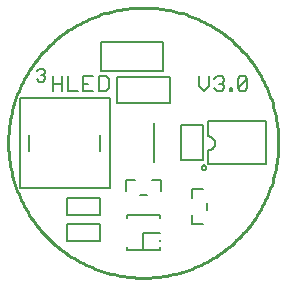
<source format=gto>
G75*
%MOIN*%
%OFA0B0*%
%FSLAX25Y25*%
%IPPOS*%
%LPD*%
%AMOC8*
5,1,8,0,0,1.08239X$1,22.5*
%
%ADD10C,0.01000*%
%ADD11C,0.00700*%
%ADD12C,0.00500*%
D10*
X0001600Y0047850D02*
X0001614Y0048954D01*
X0001654Y0050058D01*
X0001722Y0051160D01*
X0001817Y0052261D01*
X0001938Y0053358D01*
X0002087Y0054453D01*
X0002263Y0055543D01*
X0002465Y0056629D01*
X0002693Y0057710D01*
X0002949Y0058784D01*
X0003230Y0059852D01*
X0003538Y0060913D01*
X0003871Y0061966D01*
X0004231Y0063010D01*
X0004615Y0064045D01*
X0005025Y0065071D01*
X0005461Y0066086D01*
X0005920Y0067090D01*
X0006405Y0068083D01*
X0006914Y0069063D01*
X0007446Y0070030D01*
X0008002Y0070985D01*
X0008582Y0071925D01*
X0009184Y0072851D01*
X0009809Y0073761D01*
X0010456Y0074656D01*
X0011124Y0075535D01*
X0011815Y0076398D01*
X0012526Y0077243D01*
X0013257Y0078070D01*
X0014009Y0078879D01*
X0014780Y0079670D01*
X0015571Y0080441D01*
X0016380Y0081193D01*
X0017207Y0081924D01*
X0018052Y0082635D01*
X0018915Y0083326D01*
X0019794Y0083994D01*
X0020689Y0084641D01*
X0021599Y0085266D01*
X0022525Y0085868D01*
X0023465Y0086448D01*
X0024420Y0087004D01*
X0025387Y0087536D01*
X0026367Y0088045D01*
X0027360Y0088530D01*
X0028364Y0088989D01*
X0029379Y0089425D01*
X0030405Y0089835D01*
X0031440Y0090219D01*
X0032484Y0090579D01*
X0033537Y0090912D01*
X0034598Y0091220D01*
X0035666Y0091501D01*
X0036740Y0091757D01*
X0037821Y0091985D01*
X0038907Y0092187D01*
X0039997Y0092363D01*
X0041092Y0092512D01*
X0042189Y0092633D01*
X0043290Y0092728D01*
X0044392Y0092796D01*
X0045496Y0092836D01*
X0046600Y0092850D01*
X0047704Y0092836D01*
X0048808Y0092796D01*
X0049910Y0092728D01*
X0051011Y0092633D01*
X0052108Y0092512D01*
X0053203Y0092363D01*
X0054293Y0092187D01*
X0055379Y0091985D01*
X0056460Y0091757D01*
X0057534Y0091501D01*
X0058602Y0091220D01*
X0059663Y0090912D01*
X0060716Y0090579D01*
X0061760Y0090219D01*
X0062795Y0089835D01*
X0063821Y0089425D01*
X0064836Y0088989D01*
X0065840Y0088530D01*
X0066833Y0088045D01*
X0067813Y0087536D01*
X0068780Y0087004D01*
X0069735Y0086448D01*
X0070675Y0085868D01*
X0071601Y0085266D01*
X0072511Y0084641D01*
X0073406Y0083994D01*
X0074285Y0083326D01*
X0075148Y0082635D01*
X0075993Y0081924D01*
X0076820Y0081193D01*
X0077629Y0080441D01*
X0078420Y0079670D01*
X0079191Y0078879D01*
X0079943Y0078070D01*
X0080674Y0077243D01*
X0081385Y0076398D01*
X0082076Y0075535D01*
X0082744Y0074656D01*
X0083391Y0073761D01*
X0084016Y0072851D01*
X0084618Y0071925D01*
X0085198Y0070985D01*
X0085754Y0070030D01*
X0086286Y0069063D01*
X0086795Y0068083D01*
X0087280Y0067090D01*
X0087739Y0066086D01*
X0088175Y0065071D01*
X0088585Y0064045D01*
X0088969Y0063010D01*
X0089329Y0061966D01*
X0089662Y0060913D01*
X0089970Y0059852D01*
X0090251Y0058784D01*
X0090507Y0057710D01*
X0090735Y0056629D01*
X0090937Y0055543D01*
X0091113Y0054453D01*
X0091262Y0053358D01*
X0091383Y0052261D01*
X0091478Y0051160D01*
X0091546Y0050058D01*
X0091586Y0048954D01*
X0091600Y0047850D01*
X0091586Y0046746D01*
X0091546Y0045642D01*
X0091478Y0044540D01*
X0091383Y0043439D01*
X0091262Y0042342D01*
X0091113Y0041247D01*
X0090937Y0040157D01*
X0090735Y0039071D01*
X0090507Y0037990D01*
X0090251Y0036916D01*
X0089970Y0035848D01*
X0089662Y0034787D01*
X0089329Y0033734D01*
X0088969Y0032690D01*
X0088585Y0031655D01*
X0088175Y0030629D01*
X0087739Y0029614D01*
X0087280Y0028610D01*
X0086795Y0027617D01*
X0086286Y0026637D01*
X0085754Y0025670D01*
X0085198Y0024715D01*
X0084618Y0023775D01*
X0084016Y0022849D01*
X0083391Y0021939D01*
X0082744Y0021044D01*
X0082076Y0020165D01*
X0081385Y0019302D01*
X0080674Y0018457D01*
X0079943Y0017630D01*
X0079191Y0016821D01*
X0078420Y0016030D01*
X0077629Y0015259D01*
X0076820Y0014507D01*
X0075993Y0013776D01*
X0075148Y0013065D01*
X0074285Y0012374D01*
X0073406Y0011706D01*
X0072511Y0011059D01*
X0071601Y0010434D01*
X0070675Y0009832D01*
X0069735Y0009252D01*
X0068780Y0008696D01*
X0067813Y0008164D01*
X0066833Y0007655D01*
X0065840Y0007170D01*
X0064836Y0006711D01*
X0063821Y0006275D01*
X0062795Y0005865D01*
X0061760Y0005481D01*
X0060716Y0005121D01*
X0059663Y0004788D01*
X0058602Y0004480D01*
X0057534Y0004199D01*
X0056460Y0003943D01*
X0055379Y0003715D01*
X0054293Y0003513D01*
X0053203Y0003337D01*
X0052108Y0003188D01*
X0051011Y0003067D01*
X0049910Y0002972D01*
X0048808Y0002904D01*
X0047704Y0002864D01*
X0046600Y0002850D01*
X0045496Y0002864D01*
X0044392Y0002904D01*
X0043290Y0002972D01*
X0042189Y0003067D01*
X0041092Y0003188D01*
X0039997Y0003337D01*
X0038907Y0003513D01*
X0037821Y0003715D01*
X0036740Y0003943D01*
X0035666Y0004199D01*
X0034598Y0004480D01*
X0033537Y0004788D01*
X0032484Y0005121D01*
X0031440Y0005481D01*
X0030405Y0005865D01*
X0029379Y0006275D01*
X0028364Y0006711D01*
X0027360Y0007170D01*
X0026367Y0007655D01*
X0025387Y0008164D01*
X0024420Y0008696D01*
X0023465Y0009252D01*
X0022525Y0009832D01*
X0021599Y0010434D01*
X0020689Y0011059D01*
X0019794Y0011706D01*
X0018915Y0012374D01*
X0018052Y0013065D01*
X0017207Y0013776D01*
X0016380Y0014507D01*
X0015571Y0015259D01*
X0014780Y0016030D01*
X0014009Y0016821D01*
X0013257Y0017630D01*
X0012526Y0018457D01*
X0011815Y0019302D01*
X0011124Y0020165D01*
X0010456Y0021044D01*
X0009809Y0021939D01*
X0009184Y0022849D01*
X0008582Y0023775D01*
X0008002Y0024715D01*
X0007446Y0025670D01*
X0006914Y0026637D01*
X0006405Y0027617D01*
X0005920Y0028610D01*
X0005461Y0029614D01*
X0005025Y0030629D01*
X0004615Y0031655D01*
X0004231Y0032690D01*
X0003871Y0033734D01*
X0003538Y0034787D01*
X0003230Y0035848D01*
X0002949Y0036916D01*
X0002693Y0037990D01*
X0002465Y0039071D01*
X0002263Y0040157D01*
X0002087Y0041247D01*
X0001938Y0042342D01*
X0001817Y0043439D01*
X0001722Y0044540D01*
X0001654Y0045642D01*
X0001614Y0046746D01*
X0001600Y0047850D01*
D11*
X0016324Y0065100D02*
X0016324Y0070004D01*
X0013965Y0069635D02*
X0013965Y0068917D01*
X0013248Y0068200D01*
X0011813Y0068200D01*
X0011096Y0068917D01*
X0012531Y0070352D02*
X0013248Y0070352D01*
X0013965Y0069635D01*
X0013248Y0070352D02*
X0013965Y0071069D01*
X0013965Y0071786D01*
X0013248Y0072504D01*
X0011813Y0072504D01*
X0011096Y0071786D01*
X0016324Y0067552D02*
X0019594Y0067552D01*
X0019594Y0070004D02*
X0019594Y0065100D01*
X0021481Y0065100D02*
X0024750Y0065100D01*
X0026637Y0065100D02*
X0029907Y0065100D01*
X0031794Y0065100D02*
X0034246Y0065100D01*
X0035063Y0065917D01*
X0035063Y0069187D01*
X0034246Y0070004D01*
X0031794Y0070004D01*
X0031794Y0065100D01*
X0028272Y0067552D02*
X0026637Y0067552D01*
X0026637Y0070004D02*
X0026637Y0065100D01*
X0021481Y0065100D02*
X0021481Y0070004D01*
X0026637Y0070004D02*
X0029907Y0070004D01*
X0065153Y0070004D02*
X0065153Y0066735D01*
X0066787Y0065100D01*
X0068422Y0066735D01*
X0068422Y0070004D01*
X0070309Y0069187D02*
X0071126Y0070004D01*
X0072761Y0070004D01*
X0073578Y0069187D01*
X0073578Y0068369D01*
X0072761Y0067552D01*
X0073578Y0066735D01*
X0073578Y0065917D01*
X0072761Y0065100D01*
X0071126Y0065100D01*
X0070309Y0065917D01*
X0071944Y0067552D02*
X0072761Y0067552D01*
X0075465Y0065917D02*
X0076283Y0065917D01*
X0076283Y0065100D01*
X0075465Y0065100D01*
X0075465Y0065917D01*
X0078044Y0065917D02*
X0081313Y0069187D01*
X0081313Y0065917D01*
X0080496Y0065100D01*
X0078861Y0065100D01*
X0078044Y0065917D01*
X0078044Y0069187D01*
X0078861Y0070004D01*
X0080496Y0070004D01*
X0081313Y0069187D01*
D12*
X0021088Y0020606D02*
X0021088Y0015094D01*
X0032112Y0015094D01*
X0032112Y0020606D01*
X0021088Y0020606D01*
X0021187Y0023844D02*
X0021187Y0029356D01*
X0032013Y0029356D01*
X0032013Y0023844D01*
X0021187Y0023844D01*
X0035350Y0032850D02*
X0005350Y0032850D01*
X0005350Y0062850D01*
X0035350Y0062850D01*
X0035350Y0032850D01*
X0040694Y0031866D02*
X0040694Y0035409D01*
X0043844Y0035409D01*
X0049356Y0035409D02*
X0052506Y0035409D01*
X0052506Y0031866D01*
X0047781Y0030291D02*
X0045419Y0030291D01*
X0041088Y0023657D02*
X0052112Y0023657D01*
X0052112Y0022693D01*
X0052112Y0017850D02*
X0046600Y0017850D01*
X0046600Y0012338D01*
X0052112Y0012151D02*
X0052112Y0013007D01*
X0052112Y0012043D02*
X0041088Y0012043D01*
X0041088Y0013007D01*
X0052112Y0015094D02*
X0052112Y0015488D01*
X0062791Y0020694D02*
X0066334Y0020694D01*
X0062791Y0020694D02*
X0062791Y0023844D01*
X0067909Y0025419D02*
X0067909Y0027781D01*
X0062791Y0029356D02*
X0062791Y0032506D01*
X0066334Y0032506D01*
X0066039Y0039582D02*
X0066041Y0039638D01*
X0066047Y0039693D01*
X0066057Y0039747D01*
X0066070Y0039801D01*
X0066088Y0039854D01*
X0066109Y0039905D01*
X0066133Y0039955D01*
X0066161Y0040003D01*
X0066193Y0040049D01*
X0066227Y0040093D01*
X0066265Y0040134D01*
X0066305Y0040172D01*
X0066348Y0040207D01*
X0066393Y0040239D01*
X0066441Y0040268D01*
X0066490Y0040294D01*
X0066541Y0040316D01*
X0066593Y0040334D01*
X0066647Y0040348D01*
X0066702Y0040359D01*
X0066757Y0040366D01*
X0066812Y0040369D01*
X0066868Y0040368D01*
X0066923Y0040363D01*
X0066978Y0040354D01*
X0067032Y0040342D01*
X0067085Y0040325D01*
X0067137Y0040305D01*
X0067187Y0040281D01*
X0067235Y0040254D01*
X0067282Y0040224D01*
X0067326Y0040190D01*
X0067368Y0040153D01*
X0067406Y0040113D01*
X0067443Y0040071D01*
X0067476Y0040026D01*
X0067505Y0039980D01*
X0067532Y0039931D01*
X0067554Y0039880D01*
X0067574Y0039828D01*
X0067589Y0039774D01*
X0067601Y0039720D01*
X0067609Y0039665D01*
X0067613Y0039610D01*
X0067613Y0039554D01*
X0067609Y0039499D01*
X0067601Y0039444D01*
X0067589Y0039390D01*
X0067574Y0039336D01*
X0067554Y0039284D01*
X0067532Y0039233D01*
X0067505Y0039184D01*
X0067476Y0039138D01*
X0067443Y0039093D01*
X0067406Y0039051D01*
X0067368Y0039011D01*
X0067326Y0038974D01*
X0067282Y0038940D01*
X0067235Y0038910D01*
X0067187Y0038883D01*
X0067137Y0038859D01*
X0067085Y0038839D01*
X0067032Y0038822D01*
X0066978Y0038810D01*
X0066923Y0038801D01*
X0066868Y0038796D01*
X0066812Y0038795D01*
X0066757Y0038798D01*
X0066702Y0038805D01*
X0066647Y0038816D01*
X0066593Y0038830D01*
X0066541Y0038848D01*
X0066490Y0038870D01*
X0066441Y0038896D01*
X0066393Y0038925D01*
X0066348Y0038957D01*
X0066305Y0038992D01*
X0066265Y0039030D01*
X0066227Y0039071D01*
X0066193Y0039115D01*
X0066161Y0039161D01*
X0066133Y0039209D01*
X0066109Y0039259D01*
X0066088Y0039310D01*
X0066070Y0039363D01*
X0066057Y0039417D01*
X0066047Y0039471D01*
X0066041Y0039526D01*
X0066039Y0039582D01*
X0066492Y0041935D02*
X0066492Y0053765D01*
X0059208Y0053765D01*
X0059208Y0041935D01*
X0066492Y0041935D01*
X0068204Y0040763D02*
X0068204Y0045409D01*
X0068322Y0045409D01*
X0068412Y0045411D01*
X0068502Y0045417D01*
X0068592Y0045426D01*
X0068681Y0045440D01*
X0068770Y0045457D01*
X0068858Y0045478D01*
X0068945Y0045502D01*
X0069030Y0045530D01*
X0069115Y0045562D01*
X0069198Y0045598D01*
X0069279Y0045637D01*
X0069359Y0045679D01*
X0069437Y0045725D01*
X0069513Y0045774D01*
X0069586Y0045826D01*
X0069658Y0045881D01*
X0069727Y0045939D01*
X0069793Y0046000D01*
X0069857Y0046064D01*
X0069918Y0046130D01*
X0069976Y0046199D01*
X0070031Y0046271D01*
X0070083Y0046344D01*
X0070132Y0046420D01*
X0070178Y0046498D01*
X0070220Y0046578D01*
X0070259Y0046659D01*
X0070295Y0046742D01*
X0070327Y0046827D01*
X0070355Y0046912D01*
X0070379Y0046999D01*
X0070400Y0047087D01*
X0070417Y0047176D01*
X0070431Y0047265D01*
X0070440Y0047355D01*
X0070446Y0047445D01*
X0070448Y0047535D01*
X0070448Y0047850D01*
X0070444Y0047943D01*
X0070435Y0048035D01*
X0070423Y0048127D01*
X0070407Y0048219D01*
X0070387Y0048309D01*
X0070363Y0048399D01*
X0070335Y0048487D01*
X0070304Y0048575D01*
X0070269Y0048661D01*
X0070230Y0048745D01*
X0070188Y0048828D01*
X0070142Y0048908D01*
X0070093Y0048987D01*
X0070040Y0049064D01*
X0069985Y0049138D01*
X0069926Y0049210D01*
X0069864Y0049279D01*
X0069800Y0049346D01*
X0069732Y0049409D01*
X0069662Y0049470D01*
X0069590Y0049528D01*
X0069515Y0049583D01*
X0069438Y0049635D01*
X0069358Y0049683D01*
X0069277Y0049728D01*
X0069194Y0049769D01*
X0069109Y0049807D01*
X0069023Y0049841D01*
X0068935Y0049871D01*
X0068846Y0049898D01*
X0068756Y0049921D01*
X0068666Y0049940D01*
X0068574Y0049955D01*
X0068482Y0049966D01*
X0068389Y0049973D01*
X0068297Y0049977D01*
X0068204Y0049976D01*
X0068204Y0054937D01*
X0087496Y0054937D01*
X0087496Y0040763D01*
X0068204Y0040763D01*
X0050100Y0041350D02*
X0050100Y0054350D01*
X0055360Y0060921D02*
X0037840Y0060921D01*
X0037840Y0069779D01*
X0055360Y0069779D01*
X0055360Y0060921D01*
X0053086Y0071876D02*
X0032614Y0071876D01*
X0032614Y0081167D01*
X0032614Y0081324D01*
X0053086Y0081324D01*
X0053086Y0071876D01*
X0032161Y0050537D02*
X0032161Y0045163D01*
X0008539Y0045163D02*
X0008539Y0050537D01*
X0041088Y0023657D02*
X0041088Y0022693D01*
M02*

</source>
